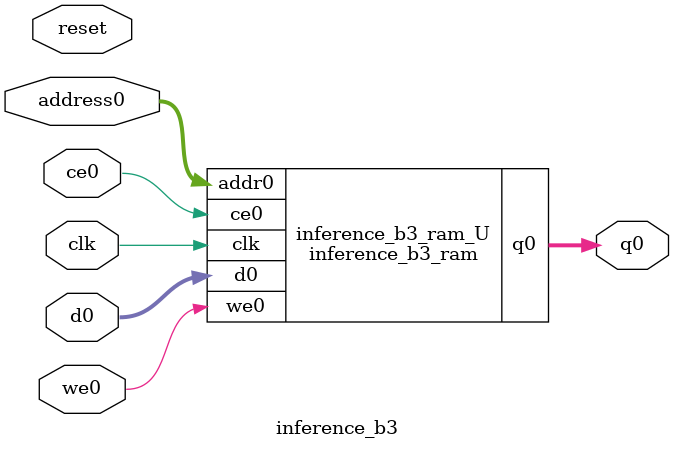
<source format=v>

`timescale 1 ns / 1 ps
module inference_b3_ram (addr0, ce0, d0, we0, q0,  clk);

parameter DWIDTH = 32;
parameter AWIDTH = 7;
parameter MEM_SIZE = 120;

input[AWIDTH-1:0] addr0;
input ce0;
input[DWIDTH-1:0] d0;
input we0;
output reg[DWIDTH-1:0] q0;
input clk;

(* ram_style = "block" *)reg [DWIDTH-1:0] ram[MEM_SIZE-1:0];




always @(posedge clk)  
begin 
    if (ce0) 
    begin
        if (we0) 
        begin 
            ram[addr0] <= d0; 
            q0 <= d0;
        end 
        else 
            q0 <= ram[addr0];
    end
end


endmodule


`timescale 1 ns / 1 ps
module inference_b3(
    reset,
    clk,
    address0,
    ce0,
    we0,
    d0,
    q0);

parameter DataWidth = 32'd32;
parameter AddressRange = 32'd120;
parameter AddressWidth = 32'd7;
input reset;
input clk;
input[AddressWidth - 1:0] address0;
input ce0;
input we0;
input[DataWidth - 1:0] d0;
output[DataWidth - 1:0] q0;



inference_b3_ram inference_b3_ram_U(
    .clk( clk ),
    .addr0( address0 ),
    .ce0( ce0 ),
    .d0( d0 ),
    .we0( we0 ),
    .q0( q0 ));

endmodule


</source>
